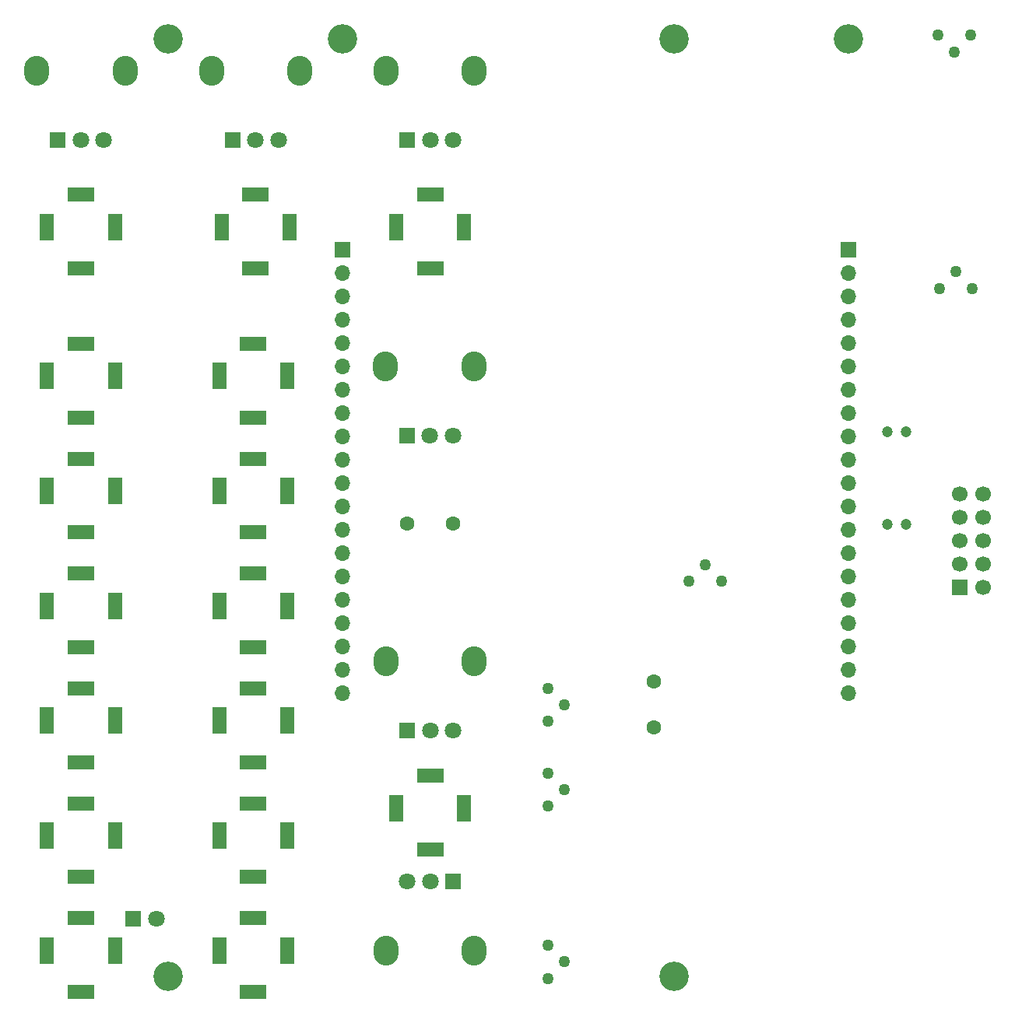
<source format=gbr>
%TF.GenerationSoftware,KiCad,Pcbnew,7.0.10*%
%TF.CreationDate,2024-04-12T22:08:05+02:00*%
%TF.ProjectId,L235-Analog-Processor,4c323335-2d41-46e6-916c-6f672d50726f,rev?*%
%TF.SameCoordinates,Original*%
%TF.FileFunction,Soldermask,Bot*%
%TF.FilePolarity,Negative*%
%FSLAX46Y46*%
G04 Gerber Fmt 4.6, Leading zero omitted, Abs format (unit mm)*
G04 Created by KiCad (PCBNEW 7.0.10) date 2024-04-12 22:08:05*
%MOMM*%
%LPD*%
G01*
G04 APERTURE LIST*
%ADD10O,2.720000X3.240000*%
%ADD11R,1.800000X1.800000*%
%ADD12C,1.800000*%
%ADD13C,3.200000*%
%ADD14C,1.600000*%
%ADD15R,1.500000X3.000000*%
%ADD16R,3.000000X1.500000*%
%ADD17R,1.700000X1.700000*%
%ADD18O,1.700000X1.700000*%
%ADD19C,1.200000*%
%ADD20C,1.260000*%
%ADD21C,1.700000*%
G04 APERTURE END LIST*
D10*
%TO.C,RV10*%
X143800000Y-36750000D03*
X153400000Y-36750000D03*
D11*
X146100000Y-44250000D03*
D12*
X148600000Y-44250000D03*
X151100000Y-44250000D03*
%TD*%
D13*
%TO.C,H1*%
X194100000Y-33250000D03*
%TD*%
D14*
%TO.C,C7*%
X191950000Y-108150000D03*
X191950000Y-103150000D03*
%TD*%
D15*
%TO.C,J11*%
X152050000Y-94950000D03*
D16*
X148350000Y-91450000D03*
X148350000Y-99450000D03*
D15*
X144650000Y-94950000D03*
%TD*%
%TO.C,J4*%
X152050000Y-119950000D03*
D16*
X148350000Y-116450000D03*
X148350000Y-124450000D03*
D15*
X144650000Y-119950000D03*
%TD*%
%TO.C,J2*%
X152300000Y-53700000D03*
D16*
X148600000Y-50200000D03*
X148600000Y-58200000D03*
D15*
X144900000Y-53700000D03*
%TD*%
%TO.C,J12*%
X171300000Y-53700000D03*
D16*
X167600000Y-50200000D03*
X167600000Y-58200000D03*
D15*
X163900000Y-53700000D03*
%TD*%
%TO.C,J17*%
X133300000Y-82450000D03*
D16*
X129600000Y-78950000D03*
X129600000Y-86950000D03*
D15*
X125900000Y-82450000D03*
%TD*%
D10*
%TO.C,RV9*%
X124800000Y-36750000D03*
X134400000Y-36750000D03*
D11*
X127100000Y-44250000D03*
D12*
X129600000Y-44250000D03*
X132100000Y-44250000D03*
%TD*%
D15*
%TO.C,J7*%
X152050000Y-69950000D03*
D16*
X148350000Y-66450000D03*
X148350000Y-74450000D03*
D15*
X144650000Y-69950000D03*
%TD*%
%TO.C,J13*%
X171300000Y-116950000D03*
D16*
X167600000Y-113450000D03*
X167600000Y-121450000D03*
D15*
X163900000Y-116950000D03*
%TD*%
%TO.C,J8*%
X152050000Y-107450000D03*
D16*
X148350000Y-103950000D03*
X148350000Y-111950000D03*
D15*
X144650000Y-107450000D03*
%TD*%
D10*
%TO.C,RV11*%
X162800000Y-36750000D03*
X172400000Y-36750000D03*
D11*
X165100000Y-44250000D03*
D12*
X167600000Y-44250000D03*
X170100000Y-44250000D03*
%TD*%
D15*
%TO.C,J5*%
X133300000Y-132450000D03*
D16*
X129600000Y-128950000D03*
X129600000Y-136950000D03*
D15*
X125900000Y-132450000D03*
%TD*%
%TO.C,J10*%
X133300000Y-107450000D03*
D16*
X129600000Y-103950000D03*
X129600000Y-111950000D03*
D15*
X125900000Y-107450000D03*
%TD*%
%TO.C,J15*%
X133300000Y-94950000D03*
D16*
X129600000Y-91450000D03*
X129600000Y-99450000D03*
D15*
X125900000Y-94950000D03*
%TD*%
D13*
%TO.C,H2*%
X213100000Y-33250000D03*
%TD*%
D15*
%TO.C,J16*%
X133300000Y-69950000D03*
D16*
X129600000Y-66450000D03*
X129600000Y-74450000D03*
D15*
X125900000Y-69950000D03*
%TD*%
D10*
%TO.C,RV8*%
X172400000Y-132475000D03*
X162800000Y-132475000D03*
D11*
X170100000Y-124975000D03*
D12*
X167600000Y-124975000D03*
X165100000Y-124975000D03*
%TD*%
D17*
%TO.C,J19*%
X213100000Y-56220000D03*
D18*
X213100000Y-58760000D03*
X213100000Y-61300000D03*
X213100000Y-63840000D03*
X213100000Y-66380000D03*
X213100000Y-68920000D03*
X213100000Y-71460000D03*
X213100000Y-74000000D03*
X213100000Y-76540000D03*
X213100000Y-79080000D03*
X213100000Y-81620000D03*
X213100000Y-84160000D03*
X213100000Y-86700000D03*
X213100000Y-89240000D03*
X213100000Y-91780000D03*
X213100000Y-94320000D03*
X213100000Y-96860000D03*
X213100000Y-99400000D03*
X213100000Y-101940000D03*
X213100000Y-104480000D03*
%TD*%
D14*
%TO.C,C3*%
X170100000Y-86000000D03*
X165100000Y-86000000D03*
%TD*%
D13*
%TO.C,H3*%
X139100000Y-135250000D03*
%TD*%
D17*
%TO.C,J14*%
X158100000Y-56220000D03*
D18*
X158100000Y-58760000D03*
X158100000Y-61300000D03*
X158100000Y-63840000D03*
X158100000Y-66380000D03*
X158100000Y-68920000D03*
X158100000Y-71460000D03*
X158100000Y-74000000D03*
X158100000Y-76540000D03*
X158100000Y-79080000D03*
X158100000Y-81620000D03*
X158100000Y-84160000D03*
X158100000Y-86700000D03*
X158100000Y-89240000D03*
X158100000Y-91780000D03*
X158100000Y-94320000D03*
X158100000Y-96860000D03*
X158100000Y-99400000D03*
X158100000Y-101940000D03*
X158100000Y-104480000D03*
%TD*%
D10*
%TO.C,RV12*%
X162800000Y-100975000D03*
X172400000Y-100975000D03*
D11*
X165100000Y-108475000D03*
D12*
X167600000Y-108475000D03*
X170100000Y-108475000D03*
%TD*%
D15*
%TO.C,J1*%
X133300000Y-53700000D03*
D16*
X129600000Y-50200000D03*
X129600000Y-58200000D03*
D15*
X125900000Y-53700000D03*
%TD*%
D11*
%TO.C,D24*%
X135325000Y-129000000D03*
D12*
X137865000Y-129000000D03*
%TD*%
D15*
%TO.C,J18*%
X133300000Y-119950000D03*
D16*
X129600000Y-116450000D03*
X129600000Y-124450000D03*
D15*
X125900000Y-119950000D03*
%TD*%
%TO.C,J9*%
X152050000Y-82450000D03*
D16*
X148350000Y-78950000D03*
X148350000Y-86950000D03*
D15*
X144650000Y-82450000D03*
%TD*%
D13*
%TO.C,H1*%
X139100000Y-33250000D03*
%TD*%
D10*
%TO.C,RV7*%
X162750000Y-68890000D03*
X172350000Y-68890000D03*
D11*
X165050000Y-76390000D03*
D12*
X167550000Y-76390000D03*
X170050000Y-76390000D03*
%TD*%
D15*
%TO.C,J3*%
X152050000Y-132450000D03*
D16*
X148350000Y-128950000D03*
X148350000Y-136950000D03*
D15*
X144650000Y-132450000D03*
%TD*%
D13*
%TO.C,H2*%
X158100000Y-33250000D03*
%TD*%
%TO.C,H3*%
X194100000Y-135250000D03*
%TD*%
D19*
%TO.C,C38*%
X219350000Y-86100000D03*
X217350000Y-86100000D03*
%TD*%
D20*
%TO.C,RV1*%
X195703949Y-92296051D03*
X197500000Y-90500000D03*
X199296051Y-92296051D03*
%TD*%
%TO.C,RV6*%
X180378949Y-113153949D03*
X182175000Y-114950000D03*
X180378949Y-116746051D03*
%TD*%
%TO.C,RV4*%
X180375000Y-131900000D03*
X182171051Y-133696051D03*
X180375000Y-135492102D03*
%TD*%
%TO.C,RV2*%
X223007898Y-60400000D03*
X224803949Y-58603949D03*
X226600000Y-60400000D03*
%TD*%
%TO.C,RV5*%
X180378949Y-103903949D03*
X182175000Y-105700000D03*
X180378949Y-107496051D03*
%TD*%
D17*
%TO.C,J6*%
X225210000Y-92900000D03*
D21*
X227750000Y-92900000D03*
X225210000Y-90360000D03*
X227750000Y-90360000D03*
X225210000Y-87820000D03*
X227750000Y-87820000D03*
X225210000Y-85280000D03*
X227750000Y-85280000D03*
X225210000Y-82740000D03*
X227750000Y-82740000D03*
%TD*%
D19*
%TO.C,C39*%
X217350000Y-76025000D03*
X219350000Y-76025000D03*
%TD*%
D20*
%TO.C,RV3*%
X226396051Y-32853949D03*
X224600000Y-34650000D03*
X222803949Y-32853949D03*
%TD*%
M02*

</source>
